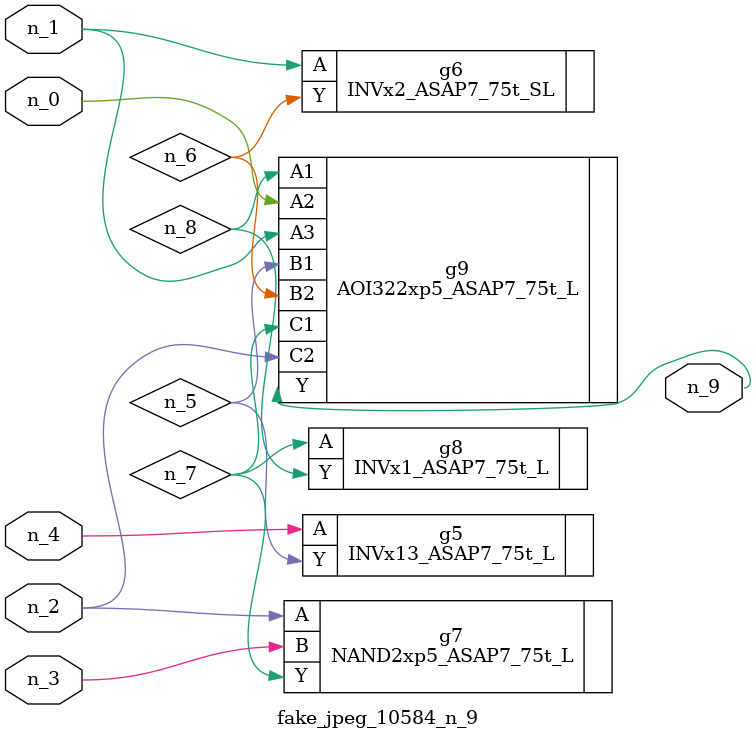
<source format=v>
module fake_jpeg_10584_n_9 (n_3, n_2, n_1, n_0, n_4, n_9);

input n_3;
input n_2;
input n_1;
input n_0;
input n_4;

output n_9;

wire n_8;
wire n_6;
wire n_5;
wire n_7;

INVx13_ASAP7_75t_L g5 ( 
.A(n_4),
.Y(n_5)
);

INVx2_ASAP7_75t_SL g6 ( 
.A(n_1),
.Y(n_6)
);

NAND2xp5_ASAP7_75t_L g7 ( 
.A(n_2),
.B(n_3),
.Y(n_7)
);

INVx1_ASAP7_75t_L g8 ( 
.A(n_7),
.Y(n_8)
);

AOI322xp5_ASAP7_75t_L g9 ( 
.A1(n_8),
.A2(n_0),
.A3(n_1),
.B1(n_5),
.B2(n_6),
.C1(n_7),
.C2(n_2),
.Y(n_9)
);


endmodule
</source>
